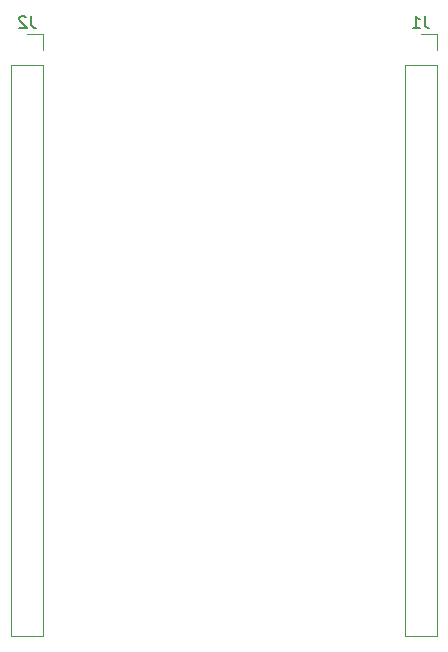
<source format=gbr>
%TF.GenerationSoftware,KiCad,Pcbnew,8.0.5*%
%TF.CreationDate,2024-10-31T16:18:24-07:00*%
%TF.ProjectId,CustomMotorshield,43757374-6f6d-44d6-9f74-6f7273686965,rev?*%
%TF.SameCoordinates,Original*%
%TF.FileFunction,Legend,Bot*%
%TF.FilePolarity,Positive*%
%FSLAX46Y46*%
G04 Gerber Fmt 4.6, Leading zero omitted, Abs format (unit mm)*
G04 Created by KiCad (PCBNEW 8.0.5) date 2024-10-31 16:18:24*
%MOMM*%
%LPD*%
G01*
G04 APERTURE LIST*
%ADD10C,0.150000*%
%ADD11C,0.120000*%
G04 APERTURE END LIST*
D10*
X100170833Y-97204819D02*
X100170833Y-97919104D01*
X100170833Y-97919104D02*
X100218452Y-98061961D01*
X100218452Y-98061961D02*
X100313690Y-98157200D01*
X100313690Y-98157200D02*
X100456547Y-98204819D01*
X100456547Y-98204819D02*
X100551785Y-98204819D01*
X99170833Y-98204819D02*
X99742261Y-98204819D01*
X99456547Y-98204819D02*
X99456547Y-97204819D01*
X99456547Y-97204819D02*
X99551785Y-97347676D01*
X99551785Y-97347676D02*
X99647023Y-97442914D01*
X99647023Y-97442914D02*
X99742261Y-97490533D01*
X66833333Y-97204819D02*
X66833333Y-97919104D01*
X66833333Y-97919104D02*
X66880952Y-98061961D01*
X66880952Y-98061961D02*
X66976190Y-98157200D01*
X66976190Y-98157200D02*
X67119047Y-98204819D01*
X67119047Y-98204819D02*
X67214285Y-98204819D01*
X66404761Y-97300057D02*
X66357142Y-97252438D01*
X66357142Y-97252438D02*
X66261904Y-97204819D01*
X66261904Y-97204819D02*
X66023809Y-97204819D01*
X66023809Y-97204819D02*
X65928571Y-97252438D01*
X65928571Y-97252438D02*
X65880952Y-97300057D01*
X65880952Y-97300057D02*
X65833333Y-97395295D01*
X65833333Y-97395295D02*
X65833333Y-97490533D01*
X65833333Y-97490533D02*
X65880952Y-97633390D01*
X65880952Y-97633390D02*
X66452380Y-98204819D01*
X66452380Y-98204819D02*
X65833333Y-98204819D01*
D11*
%TO.C,J1*%
X98507500Y-101350000D02*
X101167500Y-101350000D01*
X98507500Y-149670000D02*
X98507500Y-101350000D01*
X98507500Y-149670000D02*
X101167500Y-149670000D01*
X99837500Y-98750000D02*
X101167500Y-98750000D01*
X101167500Y-98750000D02*
X101167500Y-100080000D01*
X101167500Y-149670000D02*
X101167500Y-101350000D01*
%TO.C,J2*%
X65170000Y-101350000D02*
X67830000Y-101350000D01*
X65170000Y-149670000D02*
X65170000Y-101350000D01*
X65170000Y-149670000D02*
X67830000Y-149670000D01*
X66500000Y-98750000D02*
X67830000Y-98750000D01*
X67830000Y-98750000D02*
X67830000Y-100080000D01*
X67830000Y-149670000D02*
X67830000Y-101350000D01*
%TD*%
M02*

</source>
